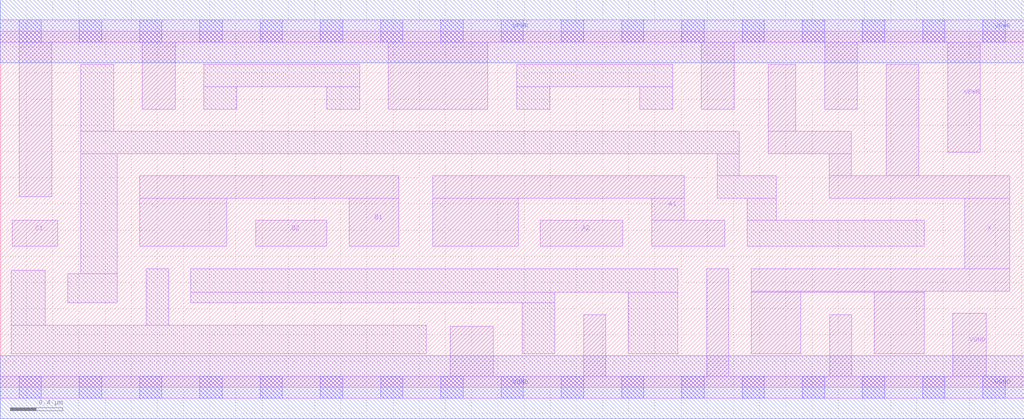
<source format=lef>
# Copyright 2020 The SkyWater PDK Authors
#
# Licensed under the Apache License, Version 2.0 (the "License");
# you may not use this file except in compliance with the License.
# You may obtain a copy of the License at
#
#     https://www.apache.org/licenses/LICENSE-2.0
#
# Unless required by applicable law or agreed to in writing, software
# distributed under the License is distributed on an "AS IS" BASIS,
# WITHOUT WARRANTIES OR CONDITIONS OF ANY KIND, either express or implied.
# See the License for the specific language governing permissions and
# limitations under the License.
#
# SPDX-License-Identifier: Apache-2.0

VERSION 5.7 ;
  NAMESCASESENSITIVE ON ;
  NOWIREEXTENSIONATPIN ON ;
  DIVIDERCHAR "/" ;
  BUSBITCHARS "[]" ;
UNITS
  DATABASE MICRONS 200 ;
END UNITS
PROPERTYDEFINITIONS
  MACRO maskLayoutSubType STRING ;
  MACRO prCellType STRING ;
  MACRO originalViewName STRING ;
END PROPERTYDEFINITIONS
MACRO sky130_fd_sc_hdll__o221a_4
  CLASS CORE ;
  FOREIGN sky130_fd_sc_hdll__o221a_4 ;
  ORIGIN  0.000000  0.000000 ;
  SIZE  7.820000 BY  2.720000 ;
  SYMMETRY X Y R90 ;
  SITE unithd ;
  PIN A1
    ANTENNAGATEAREA  0.555000 ;
    DIRECTION INPUT ;
    USE SIGNAL ;
    PORT
      LAYER li1 ;
        RECT 3.305000 1.075000 3.955000 1.445000 ;
        RECT 3.305000 1.445000 5.225000 1.615000 ;
        RECT 4.975000 1.075000 5.535000 1.275000 ;
        RECT 4.975000 1.275000 5.225000 1.445000 ;
    END
  END A1
  PIN A2
    ANTENNAGATEAREA  0.555000 ;
    DIRECTION INPUT ;
    USE SIGNAL ;
    PORT
      LAYER li1 ;
        RECT 4.125000 1.075000 4.755000 1.275000 ;
    END
  END A2
  PIN B1
    ANTENNAGATEAREA  0.555000 ;
    DIRECTION INPUT ;
    USE SIGNAL ;
    PORT
      LAYER li1 ;
        RECT 1.065000 1.075000 1.730000 1.445000 ;
        RECT 1.065000 1.445000 3.045000 1.615000 ;
        RECT 2.665000 1.075000 3.045000 1.445000 ;
    END
  END B1
  PIN B2
    ANTENNAGATEAREA  0.555000 ;
    DIRECTION INPUT ;
    USE SIGNAL ;
    PORT
      LAYER li1 ;
        RECT 1.950000 1.075000 2.495000 1.275000 ;
    END
  END B2
  PIN C1
    ANTENNAGATEAREA  0.555000 ;
    DIRECTION INPUT ;
    USE SIGNAL ;
    PORT
      LAYER li1 ;
        RECT 0.090000 1.075000 0.440000 1.275000 ;
    END
  END C1
  PIN X
    ANTENNADIFFAREA  1.028500 ;
    DIRECTION OUTPUT ;
    USE SIGNAL ;
    PORT
      LAYER li1 ;
        RECT 5.735000 0.255000 6.115000 0.725000 ;
        RECT 5.735000 0.725000 7.055000 0.735000 ;
        RECT 5.735000 0.735000 7.710000 0.905000 ;
        RECT 5.865000 1.785000 6.500000 1.955000 ;
        RECT 5.865000 1.955000 6.075000 2.465000 ;
        RECT 6.330000 1.445000 7.710000 1.615000 ;
        RECT 6.330000 1.615000 6.500000 1.785000 ;
        RECT 6.675000 0.255000 7.055000 0.725000 ;
        RECT 6.765000 1.615000 7.015000 2.465000 ;
        RECT 7.365000 0.905000 7.710000 1.445000 ;
    END
  END X
  PIN VGND
    DIRECTION INOUT ;
    USE GROUND ;
    PORT
      LAYER li1 ;
        RECT 0.000000 -0.085000 7.820000 0.085000 ;
        RECT 3.435000  0.085000 3.765000 0.465000 ;
        RECT 4.455000  0.085000 4.625000 0.555000 ;
        RECT 5.395000  0.085000 5.565000 0.905000 ;
        RECT 6.335000  0.085000 6.505000 0.555000 ;
        RECT 7.275000  0.085000 7.530000 0.565000 ;
      LAYER mcon ;
        RECT 0.145000 -0.085000 0.315000 0.085000 ;
        RECT 0.605000 -0.085000 0.775000 0.085000 ;
        RECT 1.065000 -0.085000 1.235000 0.085000 ;
        RECT 1.525000 -0.085000 1.695000 0.085000 ;
        RECT 1.985000 -0.085000 2.155000 0.085000 ;
        RECT 2.445000 -0.085000 2.615000 0.085000 ;
        RECT 2.905000 -0.085000 3.075000 0.085000 ;
        RECT 3.365000 -0.085000 3.535000 0.085000 ;
        RECT 3.825000 -0.085000 3.995000 0.085000 ;
        RECT 4.285000 -0.085000 4.455000 0.085000 ;
        RECT 4.745000 -0.085000 4.915000 0.085000 ;
        RECT 5.205000 -0.085000 5.375000 0.085000 ;
        RECT 5.665000 -0.085000 5.835000 0.085000 ;
        RECT 6.125000 -0.085000 6.295000 0.085000 ;
        RECT 6.585000 -0.085000 6.755000 0.085000 ;
        RECT 7.045000 -0.085000 7.215000 0.085000 ;
        RECT 7.505000 -0.085000 7.675000 0.085000 ;
      LAYER met1 ;
        RECT 0.000000 -0.240000 7.820000 0.240000 ;
    END
  END VGND
  PIN VPWR
    DIRECTION INOUT ;
    USE POWER ;
    PORT
      LAYER li1 ;
        RECT 0.000000 2.635000 7.820000 2.805000 ;
        RECT 0.145000 1.455000 0.395000 2.635000 ;
        RECT 1.085000 2.125000 1.335000 2.635000 ;
        RECT 2.965000 2.125000 3.725000 2.635000 ;
        RECT 5.355000 2.125000 5.605000 2.635000 ;
        RECT 6.295000 2.125000 6.545000 2.635000 ;
        RECT 7.235000 1.795000 7.485000 2.635000 ;
      LAYER mcon ;
        RECT 0.145000 2.635000 0.315000 2.805000 ;
        RECT 0.605000 2.635000 0.775000 2.805000 ;
        RECT 1.065000 2.635000 1.235000 2.805000 ;
        RECT 1.525000 2.635000 1.695000 2.805000 ;
        RECT 1.985000 2.635000 2.155000 2.805000 ;
        RECT 2.445000 2.635000 2.615000 2.805000 ;
        RECT 2.905000 2.635000 3.075000 2.805000 ;
        RECT 3.365000 2.635000 3.535000 2.805000 ;
        RECT 3.825000 2.635000 3.995000 2.805000 ;
        RECT 4.285000 2.635000 4.455000 2.805000 ;
        RECT 4.745000 2.635000 4.915000 2.805000 ;
        RECT 5.205000 2.635000 5.375000 2.805000 ;
        RECT 5.665000 2.635000 5.835000 2.805000 ;
        RECT 6.125000 2.635000 6.295000 2.805000 ;
        RECT 6.585000 2.635000 6.755000 2.805000 ;
        RECT 7.045000 2.635000 7.215000 2.805000 ;
        RECT 7.505000 2.635000 7.675000 2.805000 ;
      LAYER met1 ;
        RECT 0.000000 2.480000 7.820000 2.960000 ;
    END
  END VPWR
  OBS
    LAYER li1 ;
      RECT 0.085000 0.255000 3.255000 0.475000 ;
      RECT 0.085000 0.475000 0.345000 0.895000 ;
      RECT 0.515000 0.645000 0.895000 0.865000 ;
      RECT 0.615000 0.865000 0.895000 1.785000 ;
      RECT 0.615000 1.785000 5.645000 1.955000 ;
      RECT 0.615000 1.955000 0.865000 2.465000 ;
      RECT 1.115000 0.475000 1.285000 0.905000 ;
      RECT 1.455000 0.645000 4.235000 0.725000 ;
      RECT 1.455000 0.725000 5.175000 0.905000 ;
      RECT 1.555000 2.125000 1.805000 2.295000 ;
      RECT 1.555000 2.295000 2.745000 2.465000 ;
      RECT 2.495000 2.125000 2.745000 2.295000 ;
      RECT 3.945000 2.125000 4.195000 2.295000 ;
      RECT 3.945000 2.295000 5.135000 2.465000 ;
      RECT 3.985000 0.255000 4.235000 0.645000 ;
      RECT 4.795000 0.255000 5.175000 0.725000 ;
      RECT 4.885000 2.125000 5.135000 2.295000 ;
      RECT 5.475000 1.445000 5.925000 1.615000 ;
      RECT 5.475000 1.615000 5.645000 1.785000 ;
      RECT 5.705000 1.075000 7.055000 1.275000 ;
      RECT 5.705000 1.275000 5.925000 1.445000 ;
  END
  PROPERTY maskLayoutSubType "abstract" ;
  PROPERTY prCellType "standard" ;
  PROPERTY originalViewName "layout" ;
END sky130_fd_sc_hdll__o221a_4

</source>
